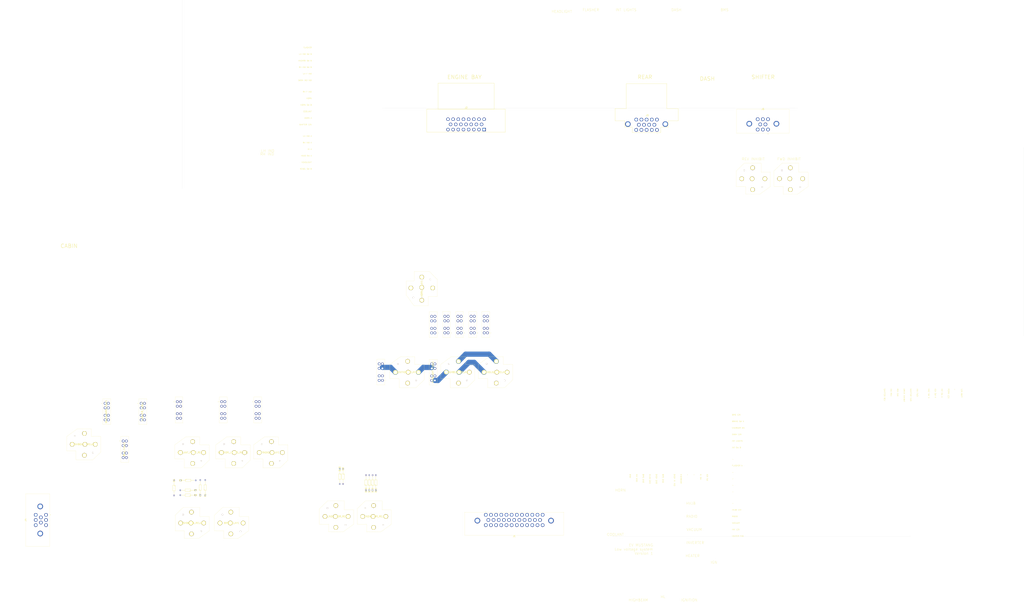
<source format=kicad_pcb>
(kicad_pcb (version 20211014) (generator pcbnew)
  (layers (0 "F.Cu" signal) (31 "B.Cu" signal) (34 "B.Paste" user) (35 "F.Paste" user) (36 "B.SilkS" user "B.Silkscreen") (37 "F.SilkS" user "F.Silkscreen") (38 "B.Mask" user) (39 "F.Mask" user) (44 "Edge.Cuts" user))
  (net 0 "")
  (net 1 "Net-(HEADLIGHT_FUSE1-Pad3)")
  (net 2 "HEADLIGHT_SWITCH_B")
  (net 3 "Net-(HEADLIGHT_RELAY1-Pad2)")
  (net 4 "Net-(IGNITION_RELAY1-Pad2)")
  (net 5 "IGNITION_SWITCH_B")
  (net 6 "DRIVE_INHIBIT")
  (net 7 "SHIFTER_FWD")
  (net 8 "INVERTER_FWD")
  (net 9 "HVJB_12V")
  (net 10 "Net-(INTERIOR_LIGHTS_FUSE1-Pad3)")
  (net 11 "INVERTER_12V")
  (net 12 "RADIO_12V")
  (net 13 "SHIFTER_REV")
  (net 14 "INVERTER_REV")
  (net 15 "INTERIOR_LIGHT_SWITCH_B")
  (net 16 "INTERIOR_LIGHTS")
  (net 17 "Net-(INTERIOR_LIGHTS_RELAY1-Pad2)")
  (net 18 "Net-(DASHBOARD_FUSE1-Pad3)")
  (net 19 "Net-(D1-Pad1)")
  (net 20 "DASHBOARD_12V")
  (net 21 "Net-(DASHBOARD_RELAY1-Pad2)")
  (net 22 "CHARGER_ON_SIGNAL")
  (net 23 "Net-(LH_INDICATOR_RELAY1-Pad2)")
  (net 24 "Net-(RH_INDICATOR_RELAY1-Pad2)")
  (net 25 "LH_INDICATOR_SWITCH_B")
  (net 26 "RH_INDICATOR_SWITCH_B")
  (net 27 "Net-(BMS_FUSE1-Pad3)")
  (net 28 "Net-(BMS_RELAY1-Pad2)")
  (net 29 "HORN_SWITCH_B")
  (net 30 "HORN")
  (net 31 "Net-(HORN_FUSE1-Pad3)")
  (net 32 "Net-(HORN_RELAY1-Pad2)")
  (net 33 "12V_BATT")
  (net 34 "HEADLIGHT_12V")
  (net 35 "HIGHBEAM_SWITCH_B")
  (net 36 "COOLANT_PUMP")
  (net 37 "DASH_HIGHBEAM_INDICATOR")
  (net 38 "DASH_INDICATOR_INDICATOR")
  (net 39 "HAZARD_SWITCH_B")
  (net 40 "VACUUM_PUMP")
  (net 41 "HEATER_FAN_12V")
  (net 42 "BRAKE_SWITCH_A")
  (net 43 "Net-(D11-Pad1)")
  (net 44 "Net-(D13-Pad1)")
  (net 45 "FLASHER_A")
  (net 46 "FLASHER_B")
  (net 47 "Net-(BMS_RELAY1-Pad4)")
  (net 48 "Net-(FWD_DRIVE_INHIBIT_RELAY1-Pad1)")
  (net 49 "Net-(REV_DRIVE_INHIBIT_RELAY1-Pad1)")
  (net 50 "HAZARD_SWITCH_A")
  (net 51 "BMS_FRONT_GND")
  (net 52 "BMS_FRONT_12V")
  (net 53 "IGNITION_SWITCH_A")
  (net 54 "Net-(COOLANT_PUMP_FUSE1-Pad3)")
  (net 55 "Net-(COOLANT_PUMP_RELAY1-Pad4)")
  (net 56 "Net-(COOLANT_PUMP_RELAY1-Pad2)")
  (net 57 "LH_FRONT_INDICATOR")
  (net 58 "RH_FRONT_INDICATOR")
  (net 59 "DASHBOARD_CHARGER_ON_SIGNAL")
  (net 60 "Net-(DASHBOARD_RELAY2-Pad2)")
  (net 61 "DASHBOARD_5V")
  (net 62 "LH_HEADLIGHT")
  (net 63 "BRAKE_SWITCH_B")
  (net 64 "Net-(J1-Pad19)")
  (net 65 "CRUISE_SIGNAL")
  (net 66 "Net-(J1-Pad25)")
  (net 67 "Net-(J1-Pad26)")
  (net 68 "Net-(J1-Pad27)")
  (net 69 "Net-(J1-Pad28)")
  (net 70 "Net-(J1-Pad29)")
  (net 71 "Net-(J1-Pad30)")
  (net 72 "Net-(J1-Pad31)")
  (net 73 "Net-(J1-Pad32)")
  (net 74 "Net-(J1-Pad33)")
  (net 75 "Net-(J1-Pad34)")
  (net 76 "Net-(J1-Pad35)")
  (net 77 "Net-(J1-PadMH1)")
  (net 78 "Net-(J1-PadMH2)")
  (net 79 "Net-(J2-Pad20)")
  (net 80 "Net-(J2-Pad21)")
  (net 81 "Net-(J2-Pad22)")
  (net 82 "Net-(J2-Pad23)")
  (net 83 "Net-(J3-Pad9)")
  (net 84 "Net-(J3-Pad10)")
  (net 85 "Net-(J3-Pad11)")
  (net 86 "Net-(J3-Pad12)")
  (net 87 "Net-(J3-Pad13)")
  (net 88 "Net-(J4-Pad5)")
  (net 89 "Net-(J4-Pad6)")
  (net 90 "Net-(J4-PadMH1)")
  (net 91 "Net-(J4-PadMH2)")
  (net 92 "Net-(J5-Pad4)")
  (net 93 "Net-(J5-Pad5)")
  (net 94 "Net-(J5-Pad6)")
  (net 95 "Net-(J5-Pad7)")
  (net 96 "Net-(J5-Pad8)")
  (net 97 "Net-(J5-PadMH1)")
  (net 98 "Net-(J5-PadMH2)")
  (net 99 "Net-(RADIO_FUSE1-Pad3)")
  (net 100 "Net-(RADIO_RELAY1-Pad2)")
  (footprint "Socket:DZ85AB5PCB" (layer "F.Cu") (at 80.01 176.53 180)
    (fp_text reference "HEADLIGHT_RELAY1")
    (fp_text value "DZ85AB-5-PCB" hide)
  )
  (footprint "Socket:17861650001" (layer "F.Cu") (at -16.51 182.88 90)
    (fp_text reference "IGNITION_FUSE1" hide)
    (fp_text value "178.6165.0001" hide)
  )
  (footprint "Socket:DZ85AB5PCB" (layer "F.Cu") (at 11.43 176.53 180)
    (fp_text reference "IGNITION_RELAY1")
    (fp_text value "DZ85AB-5-PCB" hide)
  )
  (footprint "Socket:DZ85AB5PCB" (layer "F.Cu") (at 290.83 26.67)
    (fp_text reference "FWD_DRIVE_INHIBIT_RELAY1" hide)
    (fp_text value "DZ85AB-5-PCB" hide)
  )
  (footprint "Socket:17861650001" (layer "F.Cu") (at 21.61 170.13 -90)
    (fp_text reference "HEADLIGHT_FUSE1")
    (fp_text value "178.6165.0001" hide)
  )
  (footprint "Socket:DZ85AB5PCB" (layer "F.Cu") (at 50.8 176.53 180)
    (fp_text reference "HIGHBEAM_RELAY1")
    (fp_text value "DZ85AB-5-PCB" hide)
  )
  (footprint "Socket:17861650001" (layer "F.Cu") (at 64.77 146.05 90)
    (fp_text reference "HVJB_FUSE1" hide)
    (fp_text value "178.6165.0001" hide)
  )
  (footprint "Socket:17861650001" (layer "F.Cu") (at -140.97 199.39 -90)
    (fp_text reference "INTERIOR_LIGHTS_FUSE1" hide)
    (fp_text value "178.6165.0001" hide)
  )
  (footprint "Socket:17861650001" (layer "F.Cu") (at 44.45 146.05 90)
    (fp_text reference "INVERTER_FUSE1" hide)
    (fp_text value "178.6165.0001" hide)
  )
  (footprint "Socket:17861650001" (layer "F.Cu") (at -114.3 199.39 -90)
    (fp_text reference "RADIO_FUSE1" hide)
    (fp_text value "178.6165.0001" hide)
  )
  (footprint "Socket:DZ85AB5PCB" (layer "F.Cu") (at 261.62 26.67)
    (fp_text reference "REV_DRIVE_INHIBIT_RELAY1" hide)
    (fp_text value "DZ85AB-5-PCB" hide)
  )
  (footprint "Socket:DZ85AB5PCB" (layer "F.Cu") (at -123.19 238.76 180)
    (fp_text reference "INTERIOR_LIGHTS_RELAY1")
    (fp_text value "DZ85AB-5-PCB" hide)
  )
  (footprint "Socket:17861650001" (layer "F.Cu") (at -231.14 200.66 -90)
    (fp_text reference "DASHBOARD_FUSE1")
    (fp_text value "178.6165.0001" hide)
  )
  (footprint "Socket:DZ85AB5PCB" (layer "F.Cu") (at -238.76 232.41 180)
    (fp_text reference "DASHBOARD_RELAY1")
    (fp_text value "DZ85AB-5-PCB" hide)
  )
  (footprint "Diode_THT:DIOAD1165W56L425D185" (layer "F.Cu") (at -153.67 271.78 90)
    (fp_text reference "D1")
    (fp_text value "10A10" hide)
  )
  (footprint "Diode_THT:DIOAD1165W56L425D185" (layer "F.Cu") (at -161.29 267.97 180)
    (fp_text reference "D2")
    (fp_text value "10A10" hide)
  )
  (footprint "Socket:DZ85AB5PCB" (layer "F.Cu") (at -31.75 288.29)
    (fp_text reference "LH_INDICATOR_RELAY1")
    (fp_text value "DZ85AB-5-PCB" hide)
  )
  (footprint "Socket:DZ85AB5PCB" (layer "F.Cu") (at -60.96 288.29)
    (fp_text reference "RH_INDICATOR_RELAY")
    (fp_text value "DZ85AB-5-PCB" hide)
  )
  (footprint "Socket:17861650001" (layer "F.Cu") (at -203.2 200.66 -90)
    (fp_text reference "FLASHER_FUSE1")
    (fp_text value "178.6165.0001" hide)
  )
  (footprint "Socket:17861650001" (layer "F.Cu") (at -217.17 229.87 -90)
    (fp_text reference "BMS_FUSE1")
    (fp_text value "178.6165.0001" hide)
  )
  (footprint "Socket:DZ85AB5PCB" (layer "F.Cu") (at -142.24 293.37)
    (fp_text reference "BMS_RELAY1")
    (fp_text value "DZ85AB-5-PCB" hide)
  )
  (footprint "Diode_THT:DIOAD1165W56L425D185" (layer "F.Cu") (at -157.48 271.78 90)
    (fp_text reference "D7")
    (fp_text value "10A10" hide)
  )
  (footprint "Diode_THT:DIOAD1165W56L425D185" (layer "F.Cu") (at -161.29 271.78 180)
    (fp_text reference "D8")
    (fp_text value "10A10" hide)
  )
  (footprint "Socket:17861650001" (layer "F.Cu") (at 24.11 146.1 90)
    (fp_text reference "HORN_FUSE1" hide)
    (fp_text value "178.6165.0001" hide)
  )
  (footprint "Socket:DZ85AB5PCB" (layer "F.Cu") (at 13.97 102.87 -90)
    (fp_text reference "HORN_RELAY1")
    (fp_text value "DZ85AB-5-PCB" hide)
  )
  (footprint "Socket:17861650001" (layer "F.Cu") (at 54.61 146.05 90)
    (fp_text reference "VACUUM_PUMP_FUSE1" hide)
    (fp_text value "178.6165.0001" hide)
  )
  (footprint "Socket:17861650001" (layer "F.Cu") (at -175.26 199.39 -90)
    (fp_text reference "COOLANT_PUMP_FUSE1" hide)
    (fp_text value "178.6165.0001" hide)
  )
  (footprint "Diode_THT:DIOAD1165W56L425D185" (layer "F.Cu") (at -46.99 251.46 -90)
    (fp_text reference "D9")
    (fp_text value "10A10" hide)
  )
  (footprint "Diode_THT:DIOAD1165W56L425D185" (layer "F.Cu") (at -49.53 251.46 -90)
    (fp_text reference "D10")
    (fp_text value "10A10" hide)
  )
  (footprint "Socket:17861650001" (layer "F.Cu") (at 34.29 146.05 90)
    (fp_text reference "HEATER_FAN_FUSE1" hide)
    (fp_text value "178.6165.0001" hide)
  )
  (footprint "MountingHole:MountingHole_3mm" (layer "F.Cu") (at 128.27 203.2)
    (fp_text reference "H1" hide)
    (fp_text value "MountingHole" hide)
  )
  (footprint "MountingHole:MountingHole_3mm" (layer "F.Cu") (at 292.1 184.15)
    (fp_text reference "H2" hide)
    (fp_text value "MountingHole" hide)
  )
  (footprint "MountingHole:MountingHole_3mm" (layer "F.Cu") (at -25.4 -17.78)
    (fp_text reference "H4" hide)
    (fp_text value "MountingHole" hide)
  )
  (footprint "MountingHole:MountingHole_3mm" (layer "F.Cu") (at 384.81 -20.32)
    (fp_text reference "H3" hide)
    (fp_text value "MountingHole" hide)
  )
  (footprint "Diode_THT:DIOAD1165W56L425D185" (layer "F.Cu") (at -21.59 267.97 90)
    (fp_text reference "D11")
    (fp_text value "10A10" hide)
  )
  (footprint "Diode_THT:DIOAD1165W56L425D185" (layer "F.Cu") (at -24.13 267.97 90)
    (fp_text reference "D12")
    (fp_text value "10A10" hide)
  )
  (footprint "Diode_THT:DIOAD1165W56L425D185" (layer "F.Cu") (at -29.21 267.97 90)
    (fp_text reference "D13")
    (fp_text value "10A10" hide)
  )
  (footprint "Diode_THT:DIOAD1165W56L425D185" (layer "F.Cu") (at -26.67 267.97 90)
    (fp_text reference "D14")
    (fp_text value "10A10" hide)
  )
  (footprint "Socket:DZ85AB5PCB" (layer "F.Cu") (at -154.94 238.76 180)
    (fp_text reference "COOLANT_PUMP_RELAY1")
    (fp_text value "DZ85AB-5-PCB" hide)
  )
  (footprint "Diode_THT:DIOAD1165W56L425D185" (layer "F.Cu") (at -172.72 260.35)
    (fp_text reference "D3")
    (fp_text value "10A10" hide)
  )
  (footprint "Diode_THT:DIOAD1165W56L425D185" (layer "F.Cu") (at -177.8 260.35 -90)
    (fp_text reference "D4")
    (fp_text value "10A10" hide)
  )
  (footprint "Socket:DZ85AB5PCB" (layer "F.Cu") (at -172.72 293.37)
    (fp_text reference "DASHBOARD_RELAY2")
    (fp_text value "DZ85AB-5-PCB" hide)
  )
  (footprint "Connector:17761801" (layer "F.Cu") (at 63.5 287.02)
    (fp_text reference "J1")
    (fp_text value "1-776180-1" hide)
  )
  (footprint "Connector:7760874" (layer "F.Cu") (at 62.23 -11.43 180)
    (fp_text reference "J2")
    (fp_text value "776087-4" hide)
  )
  (footprint "Connector:776267-1" (layer "F.Cu") (at 187.96 -46.99 180)
    (fp_text reference "J3")
    (fp_text value "776267-1" hide)
  )
  (footprint "Connector:17762801" (layer "F.Cu") (at -276.86 287.02 -90)
    (fp_text reference "J4")
    (fp_text value "1-776280-1" hide)
  )
  (footprint "Connector:17762801" (layer "F.Cu") (at 281.94 -11.43 180)
    (fp_text reference "J5")
    (fp_text value "1-776280-1" hide)
  )
  (footprint "Socket:DZ85AB5PCB" (layer "F.Cu") (at -93.98 238.76 180)
    (fp_text reference "RADIO_RELAY1")
    (fp_text value "DZ85AB-5-PCB" hide)
  )
  (gr_line (start 480.06 2.54) (end 480.06 148.59) (layer "Edge.Cuts") (width 0.05))
  (gr_line (start 161.29 303.53) (end 392.43 303.53) (layer "Edge.Cuts") (width 0.05))
  (gr_line (start -171.45 -111.76) (end -171.45 34.29) (layer "Edge.Cuts") (width 0.05))
  (gr_line (start -16.51 -27.94) (end 304.8 -27.94) (layer "Edge.Cuts") (width 0.05))
  (gr_text "VACUUM\n" (at 224.79 298.45) (layer "F.SilkS") (effects (font (size 2 2))))
  (gr_text "IGN" (at 240.03 323.85) (layer "F.SilkS") (effects (font (size 2 2))))
  (gr_text "HEADLIGHT" (at 114.3 -102.87) (layer "F.SilkS") (effects (font (size 2 2)) (justify left)))
  (gr_text "BMS" (at 245.11 -104.14) (layer "F.SilkS") (effects (font (size 2 2)) (justify left)))
  (gr_text "DASH" (at 207.01 -104.14) (layer "F.SilkS") (effects (font (size 2 2)) (justify left)))
  (gr_text "INT LIGHTS" (at 163.83 -104.14) (layer "F.SilkS") (effects (font (size 2 2)) (justify left)))
  (gr_text "RADIO" (at 218.44 288.29) (layer "F.SilkS") (effects (font (size 2 2)) (justify left)))
  (gr_text "HVJB" (at 218.44 278.13) (layer "F.SilkS") (effects (font (size 2 2)) (justify left)))
  (gr_text "INVERTER" (at 218.44 308.61) (layer "F.SilkS") (effects (font (size 2 2)) (justify left)))
  (gr_text "BMS 12V" (at 254 209.55) (layer "F.SilkS") (effects (font (size 1 1)) (justify left)))
  (gr_text "BRAKE SW A" (at 254 214.63) (layer "F.SilkS") (effects (font (size 1 1)) (justify left)))
  (gr_text "CHARGER ON" (at 254 219.71) (layer "F.SilkS") (effects (font (size 1 1)) (justify left)))
  (gr_text "DASH 12V" (at 254 224.79) (layer "F.SilkS") (effects (font (size 1 1)) (justify left)))
  (gr_text "INT LIGHTS" (at 254 229.87) (layer "F.SilkS") (effects (font (size 1 1)) (justify left)))
  (gr_text "INT SW B" (at 254 234.95) (layer "F.SilkS") (effects (font (size 1 1)) (justify left)))
  (gr_text "IGN SW" (at 234.95 255.27 -90) (layer "F.SilkS") (effects (font (size 1 1)) (justify left)))
  (gr_text "HI SW" (at 229.87 255.27 -90) (layer "F.SilkS") (effects (font (size 1 1)) (justify left)))
  (gr_text "—" (at 224.79 255.27 -90) (layer "F.SilkS") (effects (font (size 1 1)) (justify left)))
  (gr_text "—" (at 219.71 255.27 -90) (layer "F.SilkS") (effects (font (size 1 1)) (justify left)))
  (gr_text "HIGHBEAM" (at 214.63 255.27 -90) (layer "F.SilkS") (effects (font (size 1 1)) (justify left)))
  (gr_text "DASH HI IND" (at 209.55 255.27 -90) (layer "F.SilkS") (effects (font (size 1 1)) (justify left)))
  (gr_text "FLASHER" (at -71.12 -74.93) (layer "F.SilkS") (effects (font (size 1 1)) (justify right)))
  (gr_text "LH IND SW B" (at -71.12 -69.85) (layer "F.SilkS") (effects (font (size 1 1)) (justify right)))
  (gr_text "HAZARD SW B" (at -71.12 -64.77) (layer "F.SilkS") (effects (font (size 1 1)) (justify right)))
  (gr_text "RH IND SW B" (at -71.12 -59.69) (layer "F.SilkS") (effects (font (size 1 1)) (justify right)))
  (gr_text "LH F IND" (at -71.12 -54.61) (layer "F.SilkS") (effects (font (size 1 1)) (justify right)))
  (gr_text "DASH IND IND" (at -71.12 -49.53) (layer "F.SilkS") (effects (font (size 1 1)) (justify right)))
  (gr_text "HEATER" (at 223.52 318.77) (layer "F.SilkS") (effects (font (size 2 2))))
  (gr_text "COOLANT" (at -71.12 -25.4) (layer "F.SilkS") (effects (font (size 1 1)) (justify right)))
  (gr_text "HORN SW B" (at -71.12 -30.48) (layer "F.SilkS") (effects (font (size 1 1)) (justify right)))
  (gr_text "RH F IND" (at -71.12 -40.64) (layer "F.SilkS") (effects (font (size 1 1)) (justify right)))
  (gr_text "HORN" (at -71.12 -35.56) (layer "F.SilkS") (effects (font (size 1 1)) (justify right)))
  (gr_text "HORN A" (at -71.12 -20.32) (layer "F.SilkS") (effects (font (size 1 1)) (justify right)))
  (gr_text "SHIFTER 12V" (at -71.12 -15.24) (layer "F.SilkS") (effects (font (size 1 1)) (justify right)))
  (gr_text "HEAD SW A" (at -71.12 8.89) (layer "F.SilkS") (effects (font (size 1 1)) (justify right)))
  (gr_text "RH IND A" (at -71.12 -1.27) (layer "F.SilkS") (effects (font (size 1 1)) (justify right)))
  (gr_text "HEADLIGHT" (at -71.12 13.97) (layer "F.SilkS") (effects (font (size 1 1)) (justify right)))
  (gr_text "HEADL SW B" (at -71.12 19.05) (layer "F.SilkS") (effects (font (size 1 1)) (justify right)))
  (gr_text "HI A" (at -71.12 3.81) (layer "F.SilkS") (effects (font (size 1 1)) (justify right)))
  (gr_text "LH IND A" (at -71.12 -6.35) (layer "F.SilkS") (effects (font (size 1 1)) (justify right)))
  (gr_text "HEATER FAN" (at 254 303.53) (layer "F.SilkS") (effects (font (size 1 1)) (justify left)))
  (gr_text "INV 12V" (at 254 298.45) (layer "F.SilkS") (effects (font (size 1 1)) (justify left)))
  (gr_text "VACUUM" (at 254 293.37) (layer "F.SilkS") (effects (font (size 1 1)) (justify left)))
  (gr_text "RADIO" (at 254 288.29) (layer "F.SilkS") (effects (font (size 1 1)) (justify left)))
  (gr_text "HVJB 12V" (at 254 283.21) (layer "F.SilkS") (effects (font (size 1 1)) (justify left)))
  (gr_text "—" (at 254 278.13) (layer "F.SilkS") (effects (font (size 1 1)) (justify left)))
  (gr_text "INT SW A" (at 416.56 189.23 -90) (layer "F.SilkS") (effects (font (size 1 1)) (justify left)))
  (gr_text "PERM 12V" (at 421.64 189.23 -90) (layer "F.SilkS") (effects (font (size 1 1)) (justify left)))
  (gr_text "—" (at 426.72 189.23 -90) (layer "F.SilkS") (effects (font (size 1 1)) (justify left)))
  (gr_text "12V BATT" (at 431.8 189.23 -90) (layer "F.SilkS") (effects (font (size 1 1)) (justify left)))
  (gr_text "HAZ SW A" (at 406.4 189.23 -90) (layer "F.SilkS") (effects (font (size 1 1)) (justify left)))
  (gr_text "IGN SW A" (at 411.48 189.23 -90) (layer "F.SilkS") (effects (font (size 1 1)) (justify left)))
  (gr_text "DRIVE INHIBIT" (at 387.35 189.23 -90) (layer "F.SilkS") (effects (font (size 1 1)) (justify left)))
  (gr_text "SHIFTER REV" (at 372.11 189.23 -90) (layer "F.SilkS") (effects (font (size 1 1)) (justify left)))
  (gr_text "REV SIG" (at 382.27 189.23 -90) (layer "F.SilkS") (effects (font (size 1 1)) (justify left)))
  (gr_text "INV REV" (at 377.19 189.23 -90) (layer "F.SilkS") (effects (font (size 1 1)) (justify left)))
  (gr_text "INV FWD" (at 397.51 189.23 -90) (layer "F.SilkS") (effects (font (size 1 1)) (justify left)))
  (gr_text "SHIFTER FWD" (at 392.43 189.23 -90) (layer "F.SilkS") (effects (font (size 1 1)) (justify left)))
  (gr_text "HL" (at 200.66 350.52) (layer "F.SilkS") (effects (font (size 2 2))))
  (gr_text "ENGINE BAY" (at 46.99 -52.07) (layer "F.SilkS") (effects (font (size 3 3) (thickness 0.3))))
  (gr_text "CABIN" (at -259.08 78.74) (layer "F.SilkS") (effects (font (size 3 3) (thickness 0.3))))
  (gr_text "DASH" (at 234.95 -50.8) (layer "F.SilkS") (effects (font (size 3 3) (thickness 0.3))))
  (gr_text "SHIFTER" (at 278.13 -52.07) (layer "F.SilkS") (effects (font (size 3 3) (thickness 0.3))))
  (gr_text "HIGHBEAM" (at 181.61 353.06) (layer "F.SilkS") (effects (font (size 2 2))))
  (gr_text "—" (at 254 243.84) (layer "F.SilkS") (effects (font (size 1 1)) (justify left)))
  (gr_text "REAR" (at 186.69 -52.07) (layer "F.SilkS") (effects (font (size 3 3) (thickness 0.3))))
  (gr_text "—" (at 254 269.24) (layer "F.SilkS") (effects (font (size 1 1)) (justify left)))
  (gr_text "COOLANT" (at 163.83 302.26) (layer "F.SilkS") (effects (font (size 2 2))))
  (gr_text "DASH GND" (at 195.58 255.27 -90) (layer "F.SilkS") (effects (font (size 1 1)) (justify left)))
  (gr_text "BMS GND" (at 200.66 255.27 -90) (layer "F.SilkS") (effects (font (size 1 1)) (justify left)))
  (gr_text "FWD INHIBIT" (at 307.34 11.43) (layer "F.SilkS") (effects (font (size 2 2)) (justify right)))
  (gr_text "RH IND" (at -100.33 7.62) (layer "F.SilkS") (effects (font (size 2 2)) (justify right)))
  (gr_text "HORN" (at 167.64 267.97) (layer "F.SilkS") (effects (font (size 2 2))))
  (gr_text "—" (at 254 264.16) (layer "F.SilkS") (effects (font (size 1 1)) (justify left)))
  (gr_text "LH IND" (at -110.49 5.08) (layer "F.SilkS") (effects (font (size 2 2)) (justify left)))
  (gr_text "—" (at 254 259.08) (layer "F.SilkS") (effects (font (size 1 1)) (justify left)))
  (gr_text "REV INHIBIT" (at 279.4 11.43) (layer "F.SilkS") (effects (font (size 2 2)) (justify right)))
  (gr_text "HVJB GND" (at 190.5 255.27 -90) (layer "F.SilkS") (effects (font (size 1 1)) (justify left)))
  (gr_text "IGNITION" (at 220.98 353.06) (layer "F.SilkS") (effects (font (size 2 2))))
  (gr_text "INV GND" (at 180.34 255.27 -90) (layer "F.SilkS") (effects (font (size 1 1)) (justify left)))
  (gr_text "EV MUSTANG\nLow voltage system\nVersion 1" (at 193.04 313.69) (layer "F.SilkS") (effects (font (size 2 2)) (justify right)))
  (gr_text "FLASHER A" (at 254 248.92) (layer "F.SilkS") (effects (font (size 1 1)) (justify left)))
  (gr_text "—" (at 254 254) (layer "F.SilkS") (effects (font (size 1 1)) (justify left)))
  (gr_text "FLASHER" (at 144.78 -104.14) (layer "F.SilkS") (effects (font (size 2 2))))
  (gr_text "GND" (at 175.26 255.27 -90) (layer "F.SilkS") (effects (font (size 1 1)) (justify left)))
  (gr_text "BMS GND" (at 185.42 255.27 -90) (layer "F.SilkS") (effects (font (size 1 1)) (justify left)))
  (segment (start 24.11 182.93) (end 26.49 182.93) (width 4) (layer "B.Cu") (net 1))
  (segment (start 26.49 182.93) (end 32.89 176.53) (width 4) (layer "B.Cu") (net 1))
  (segment (start 269.62 27.48) (end 269.62 26.67) (width 1) (layer "F.Cu") (net 14))
  (segment (start 50.42 168.91) (end 54.48 168.91) (width 4) (layer "B.Cu") (net 34))
  (segment (start 42.8 176.53) (end 50.42 168.91) (width 4) (layer "B.Cu") (net 34))
  (segment (start 54.48 168.91) (end 62.1 176.53) (width 4) (layer "B.Cu") (net 34))
  (segment (start 11.43 176.53) (end 15.24 172.72) (width 4) (layer "B.Cu") (net 42))
  (segment (start 15.349999 172.829999) (end 21.61 172.829999) (width 4) (layer "B.Cu") (net 42))
  (segment (start 15.24 172.72) (end 15.349999 172.829999) (width 4) (layer "B.Cu") (net 42))
  (segment (start 290.51 26.67) (end 290.83 26.67) (width 1) (layer "F.Cu") (net 48))
  (segment (start 47.91 162.56) (end 66.08 162.56) (width 4) (layer "B.Cu") (net 51))
  (segment (start 66.08 162.56) (end 71.6 168.08) (width 4) (layer "B.Cu") (net 51))
  (segment (start 42.39 168.08) (end 47.91 162.56) (width 4) (layer "B.Cu") (net 51))
  (segment (start -10.29 172.72) (end -10.349999 172.779999) (width 4) (layer "B.Cu") (net 53))
  (segment (start -6.48 176.53) (end -10.29 172.72) (width 4) (layer "B.Cu") (net 53))
  (segment (start -10.349999 172.779999) (end -16.51 172.779999) (width 4) (layer "B.Cu") (net 53))
)
</source>
